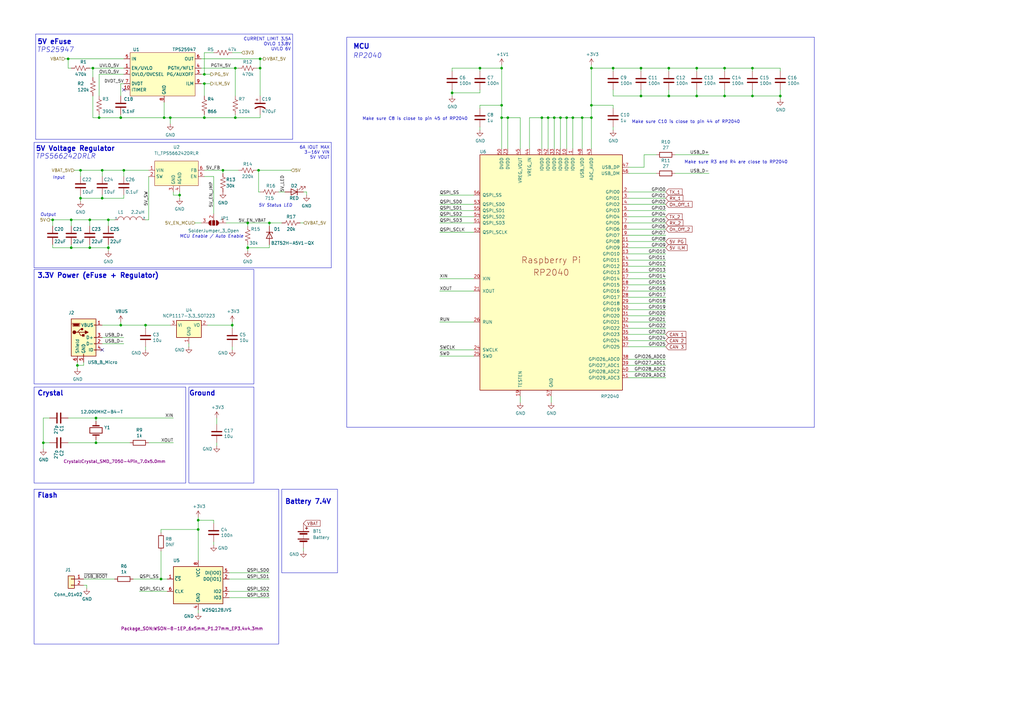
<source format=kicad_sch>
(kicad_sch (version 20230121) (generator eeschema)
  (paper "A3")
  (title_block (title "Stargazer Camera Board") (date "2023-09-19") (rev "A") (company "Illinois Space Society"))
  (junction (at 81.28 213.36))
  (junction (at 242.57 43.18))
  (junction (at 208.28 48.26))
  (junction (at 274.32 27.94))
  (junction (at 297.18 39.37))
  (junction (at 49.53 48.26))
  (junction (at 40.64 48.26))
  (junction (at 110.49 91.44))
  (junction (at 285.75 27.94))
  (junction (at 39.37 171.45))
  (junction (at 50.8 69.85))
  (junction (at 320.04 39.37))
  (junction (at 96.52 27.94))
  (junction (at 229.87 48.26))
  (junction (at 251.46 27.94))
  (junction (at 106.045 69.85))
  (junction (at 41.91 81.28))
  (junction (at 222.25 48.26))
  (junction (at 274.32 39.37))
  (junction (at 96.52 48.26))
  (junction (at 205.74 48.26))
  (junction (at 185.42 38.1))
  (junction (at 83.82 30.48))
  (junction (at 29.21 101.6))
  (junction (at 36.83 90.17))
  (junction (at 106.68 27.94))
  (junction (at 38.1 27.94))
  (junction (at 67.31 48.26))
  (junction (at 44.45 90.17))
  (junction (at 41.91 69.85))
  (junction (at 308.61 39.37))
  (junction (at 205.74 43.18))
  (junction (at 297.18 27.94))
  (junction (at 101.6 91.44))
  (junction (at 33.02 69.85))
  (junction (at 49.53 133.35))
  (junction (at 36.83 101.6))
  (junction (at 262.89 39.37))
  (junction (at 44.45 101.6))
  (junction (at 83.82 48.26))
  (junction (at 81.28 217.17))
  (junction (at 31.75 149.86))
  (junction (at 17.78 181.61))
  (junction (at 238.76 48.26))
  (junction (at 73.66 80.01))
  (junction (at 83.82 34.29))
  (junction (at 106.68 24.13))
  (junction (at 29.21 90.17))
  (junction (at 242.57 27.94))
  (junction (at 242.57 48.26))
  (junction (at 285.75 39.37))
  (junction (at 91.44 69.85))
  (junction (at 227.33 48.26))
  (junction (at 21.59 90.17))
  (junction (at 232.41 48.26))
  (junction (at 101.6 101.6))
  (junction (at 308.61 27.94))
  (junction (at 33.02 81.28))
  (junction (at 95.25 133.35))
  (junction (at 66.04 237.49))
  (junction (at 224.79 48.26))
  (junction (at 39.37 181.61))
  (junction (at 234.95 48.26))
  (junction (at 262.89 27.94))
  (junction (at 27.94 24.13))
  (junction (at 69.85 48.26))
  (junction (at 196.85 27.94))
  (junction (at 205.74 27.94))
  (junction (at 59.69 133.35))
  (no_connect (at 41.91 143.51))
  (no_connect (at 50.8 36.83))
  (wire (pts (xy 66.04 217.17) (xy 81.28 217.17)))
  (wire (pts (xy 274.32 39.37) (xy 262.89 39.37)))
  (wire (pts (xy 71.12 80.01) (xy 73.66 80.01)))
  (wire (pts (xy 196.85 27.94) (xy 205.74 27.94)))
  (wire (pts (xy 257.81 71.12) (xy 269.24 71.12)))
  (wire (pts (xy 69.85 48.26) (xy 83.82 48.26)))
  (wire (pts (xy 91.44 69.85) (xy 91.44 71.12)))
  (wire (pts (xy 224.79 60.96) (xy 224.79 48.26)))
  (wire (pts (xy 101.6 91.44) (xy 110.49 91.44)))
  (wire (pts (xy 50.8 30.48) (xy 40.64 30.48)))
  (wire (pts (xy 257.81 109.22) (xy 273.05 109.22)))
  (wire (pts (xy 234.95 48.26) (xy 238.76 48.26)))
  (wire (pts (xy 106.68 24.13) (xy 107.95 24.13)))
  (wire (pts (xy 49.53 34.29) (xy 49.53 39.37)))
  (wire (pts (xy 36.83 100.33) (xy 36.83 101.6)))
  (wire (pts (xy 297.18 39.37) (xy 285.75 39.37)))
  (wire (pts (xy 106.68 27.94) (xy 105.41 27.94)))
  (wire (pts (xy 106.045 69.85) (xy 119.38 69.85)))
  (wire (pts (xy 20.32 181.61) (xy 17.78 181.61)))
  (wire (pts (xy 93.98 237.49) (xy 110.49 237.49)))
  (wire (pts (xy 27.94 181.61) (xy 39.37 181.61)))
  (wire (pts (xy 35.56 240.03) (xy 35.56 241.3)))
  (wire (pts (xy 83.82 21.59) (xy 83.82 30.48)))
  (wire (pts (xy 44.45 102.87) (xy 44.45 101.6)))
  (wire (pts (xy 229.87 48.26) (xy 232.41 48.26)))
  (wire (pts (xy 257.81 147.32) (xy 273.05 147.32)))
  (wire (pts (xy 49.53 34.29) (xy 50.8 34.29)))
  (wire (pts (xy 31.75 148.59) (xy 31.75 149.86)))
  (wire (pts (xy 308.61 36.83) (xy 308.61 39.37)))
  (wire (pts (xy 36.83 90.17) (xy 44.45 90.17)))
  (wire (pts (xy 26.67 24.13) (xy 27.94 24.13)))
  (wire (pts (xy 257.81 86.36) (xy 273.05 86.36)))
  (wire (pts (xy 194.31 80.01) (xy 180.34 80.01)))
  (wire (pts (xy 308.61 27.94) (xy 320.04 27.94)))
  (wire (pts (xy 251.46 29.21) (xy 251.46 27.94)))
  (wire (pts (xy 194.31 119.38) (xy 180.34 119.38)))
  (wire (pts (xy 38.1 39.37) (xy 38.1 48.26)))
  (wire (pts (xy 93.98 242.57) (xy 110.49 242.57)))
  (wire (pts (xy 213.36 162.56) (xy 213.36 165.1)))
  (wire (pts (xy 257.81 152.4) (xy 273.05 152.4)))
  (wire (pts (xy 257.81 81.28) (xy 273.05 81.28)))
  (wire (pts (xy 213.36 60.96) (xy 213.36 48.26)))
  (wire (pts (xy 106.68 24.13) (xy 106.68 27.94)))
  (wire (pts (xy 308.61 39.37) (xy 297.18 39.37)))
  (wire (pts (xy 38.1 27.94) (xy 38.1 31.75)))
  (wire (pts (xy 88.9 171.45) (xy 88.9 173.99)))
  (wire (pts (xy 59.69 134.62) (xy 59.69 133.35)))
  (wire (pts (xy 21.59 90.17) (xy 20.32 90.17)))
  (wire (pts (xy 274.32 29.21) (xy 274.32 27.94)))
  (wire (pts (xy 66.04 226.06) (xy 66.04 237.49)))
  (wire (pts (xy 227.33 60.96) (xy 227.33 48.26)))
  (wire (pts (xy 257.81 101.6) (xy 273.05 101.6)))
  (wire (pts (xy 106.68 48.26) (xy 96.52 48.26)))
  (wire (pts (xy 54.61 237.49) (xy 66.04 237.49)))
  (wire (pts (xy 41.91 81.28) (xy 50.8 81.28)))
  (wire (pts (xy 101.6 92.71) (xy 101.6 91.44)))
  (wire (pts (xy 185.42 38.1) (xy 185.42 39.37)))
  (wire (pts (xy 185.42 38.1) (xy 196.85 38.1)))
  (wire (pts (xy 95.25 21.59) (xy 99.06 21.59)))
  (wire (pts (xy 217.17 48.26) (xy 222.25 48.26)))
  (wire (pts (xy 85.09 133.35) (xy 95.25 133.35)))
  (wire (pts (xy 194.31 146.05) (xy 180.34 146.05)))
  (wire (pts (xy 257.81 78.74) (xy 273.05 78.74)))
  (wire (pts (xy 257.81 119.38) (xy 273.05 119.38)))
  (wire (pts (xy 38.1 27.94) (xy 50.8 27.94)))
  (wire (pts (xy 77.47 140.97) (xy 77.47 142.24)))
  (wire (pts (xy 224.79 48.26) (xy 227.33 48.26)))
  (wire (pts (xy 83.82 34.29) (xy 83.82 39.37)))
  (wire (pts (xy 285.75 27.94) (xy 297.18 27.94)))
  (wire (pts (xy 93.98 245.11) (xy 110.49 245.11)))
  (wire (pts (xy 50.8 80.01) (xy 50.8 81.28)))
  (wire (pts (xy 57.15 242.57) (xy 68.58 242.57)))
  (wire (pts (xy 67.31 48.26) (xy 69.85 48.26)))
  (wire (pts (xy 285.75 29.21) (xy 285.75 27.94)))
  (wire (pts (xy 251.46 36.83) (xy 251.46 39.37)))
  (wire (pts (xy 257.81 93.98) (xy 273.05 93.98)))
  (wire (pts (xy 17.78 171.45) (xy 17.78 181.61)))
  (wire (pts (xy 257.81 116.84) (xy 273.05 116.84)))
  (wire (pts (xy 36.83 101.6) (xy 44.45 101.6)))
  (wire (pts (xy 88.9 181.61) (xy 88.9 182.88)))
  (wire (pts (xy 110.49 101.6) (xy 101.6 101.6)))
  (wire (pts (xy 82.55 30.48) (xy 83.82 30.48)))
  (wire (pts (xy 264.16 63.5) (xy 269.24 63.5)))
  (wire (pts (xy 222.25 60.96) (xy 222.25 48.26)))
  (wire (pts (xy 30.48 69.85) (xy 33.02 69.85)))
  (wire (pts (xy 196.85 52.07) (xy 196.85 53.34)))
  (wire (pts (xy 33.02 69.85) (xy 41.91 69.85)))
  (wire (pts (xy 276.86 63.5) (xy 290.83 63.5)))
  (wire (pts (xy 41.91 80.01) (xy 41.91 81.28)))
  (wire (pts (xy 262.89 36.83) (xy 262.89 39.37)))
  (wire (pts (xy 49.53 46.99) (xy 49.53 48.26)))
  (wire (pts (xy 238.76 48.26) (xy 242.57 48.26)))
  (wire (pts (xy 44.45 92.71) (xy 44.45 90.17)))
  (wire (pts (xy 83.82 72.39) (xy 87.63 72.39)))
  (wire (pts (xy 29.21 90.17) (xy 36.83 90.17)))
  (wire (pts (xy 49.53 133.35) (xy 59.69 133.35)))
  (wire (pts (xy 96.52 27.94) (xy 96.52 39.37)))
  (wire (pts (xy 67.31 41.91) (xy 67.31 48.26)))
  (wire (pts (xy 101.6 101.6) (xy 101.6 102.87)))
  (wire (pts (xy 27.94 24.13) (xy 27.94 27.94)))
  (wire (pts (xy 82.55 24.13) (xy 106.68 24.13)))
  (wire (pts (xy 33.02 80.01) (xy 33.02 81.28)))
  (wire (pts (xy 36.83 92.71) (xy 36.83 90.17)))
  (wire (pts (xy 69.85 133.35) (xy 59.69 133.35)))
  (wire (pts (xy 106.68 27.94) (xy 106.68 39.37)))
  (wire (pts (xy 39.37 181.61) (xy 53.34 181.61)))
  (wire (pts (xy 39.37 172.72) (xy 39.37 171.45)))
  (wire (pts (xy 83.82 69.85) (xy 91.44 69.85)))
  (wire (pts (xy 213.36 48.26) (xy 208.28 48.26)))
  (wire (pts (xy 196.85 38.1) (xy 196.85 36.83)))
  (wire (pts (xy 234.95 48.26) (xy 234.95 60.96)))
  (wire (pts (xy 81.28 250.19) (xy 81.28 251.46)))
  (wire (pts (xy 257.81 154.94) (xy 273.05 154.94)))
  (wire (pts (xy 27.94 27.94) (xy 29.21 27.94)))
  (wire (pts (xy 33.02 81.28) (xy 33.02 82.55)))
  (wire (pts (xy 81.28 212.09) (xy 81.28 213.36)))
  (wire (pts (xy 222.25 48.26) (xy 224.79 48.26)))
  (wire (pts (xy 257.81 124.46) (xy 273.05 124.46)))
  (wire (pts (xy 83.82 30.48) (xy 86.36 30.48)))
  (wire (pts (xy 33.02 81.28) (xy 41.91 81.28)))
  (wire (pts (xy 257.81 137.16) (xy 273.05 137.16)))
  (wire (pts (xy 87.63 214.63) (xy 87.63 213.36)))
  (wire (pts (xy 185.42 27.94) (xy 196.85 27.94)))
  (wire (pts (xy 180.34 114.3) (xy 194.31 114.3)))
  (wire (pts (xy 17.78 181.61) (xy 17.78 184.15)))
  (wire (pts (xy 185.42 36.83) (xy 185.42 38.1)))
  (wire (pts (xy 40.64 46.99) (xy 40.64 48.26)))
  (wire (pts (xy 257.81 96.52) (xy 273.05 96.52)))
  (wire (pts (xy 251.46 44.45) (xy 251.46 43.18)))
  (wire (pts (xy 232.41 60.96) (xy 232.41 48.26)))
  (wire (pts (xy 115.57 91.44) (xy 110.49 91.44)))
  (wire (pts (xy 49.53 48.26) (xy 67.31 48.26)))
  (wire (pts (xy 205.74 27.94) (xy 205.74 43.18)))
  (wire (pts (xy 33.02 72.39) (xy 33.02 69.85)))
  (wire (pts (xy 83.82 48.26) (xy 96.52 48.26)))
  (wire (pts (xy 41.91 138.43) (xy 50.8 138.43)))
  (wire (pts (xy 257.81 99.06) (xy 273.05 99.06)))
  (wire (pts (xy 242.57 43.18) (xy 242.57 48.26)))
  (wire (pts (xy 59.69 142.24) (xy 59.69 143.51)))
  (wire (pts (xy 73.66 78.74) (xy 73.66 80.01)))
  (wire (pts (xy 95.25 134.62) (xy 95.25 133.35)))
  (wire (pts (xy 180.34 83.82) (xy 194.31 83.82)))
  (polyline (pts (xy 13.97 58.42) (xy 135.89 58.42)))
  (wire (pts (xy 40.64 30.48) (xy 40.64 39.37)))
  (wire (pts (xy 208.28 60.96) (xy 208.28 48.26)))
  (polyline (pts (xy 13.97 58.42) (xy 13.97 109.855)))
  (wire (pts (xy 93.98 234.95) (xy 110.49 234.95)))
  (wire (pts (xy 91.44 69.85) (xy 97.79 69.85)))
  (wire (pts (xy 227.33 48.26) (xy 229.87 48.26)))
  (wire (pts (xy 34.29 240.03) (xy 35.56 240.03)))
  (wire (pts (xy 106.045 69.85) (xy 106.045 78.74)))
  (wire (pts (xy 276.86 71.12) (xy 290.83 71.12)))
  (wire (pts (xy 87.63 72.39) (xy 87.63 87.63)))
  (wire (pts (xy 262.89 29.21) (xy 262.89 27.94)))
  (wire (pts (xy 66.04 237.49) (xy 68.58 237.49)))
  (wire (pts (xy 257.81 139.7) (xy 273.05 139.7)))
  (wire (pts (xy 257.81 68.58) (xy 264.16 68.58)))
  (wire (pts (xy 257.81 114.3) (xy 273.05 114.3)))
  (wire (pts (xy 238.76 60.96) (xy 238.76 48.26)))
  (wire (pts (xy 196.85 43.18) (xy 205.74 43.18)))
  (wire (pts (xy 81.28 217.17) (xy 81.28 229.87)))
  (wire (pts (xy 59.69 90.17) (xy 60.96 90.17)))
  (wire (pts (xy 101.6 101.6) (xy 101.6 100.33)))
  (wire (pts (xy 226.06 162.56) (xy 226.06 165.1)))
  (wire (pts (xy 106.045 78.74) (xy 106.68 78.74)))
  (wire (pts (xy 180.34 88.9) (xy 194.31 88.9)))
  (wire (pts (xy 242.57 27.94) (xy 251.46 27.94)))
  (wire (pts (xy 257.81 142.24) (xy 273.05 142.24)))
  (wire (pts (xy 180.34 86.36) (xy 194.31 86.36)))
  (wire (pts (xy 60.96 181.61) (xy 71.12 181.61)))
  (polyline (pts (xy 120.015 57.15) (xy 120.015 13.97)))
  (wire (pts (xy 87.63 213.36) (xy 81.28 213.36)))
  (wire (pts (xy 194.31 95.25) (xy 180.34 95.25)))
  (wire (pts (xy 39.37 180.34) (xy 39.37 181.61)))
  (wire (pts (xy 31.75 149.86) (xy 31.75 151.13)))
  (wire (pts (xy 251.46 52.07) (xy 251.46 53.34)))
  (wire (pts (xy 229.87 60.96) (xy 229.87 48.26)))
  (wire (pts (xy 285.75 36.83) (xy 285.75 39.37)))
  (wire (pts (xy 205.74 43.18) (xy 205.74 48.26)))
  (wire (pts (xy 194.31 143.51) (xy 180.34 143.51)))
  (polyline (pts (xy 120.015 13.97) (xy 14.605 13.97)))
  (wire (pts (xy 320.04 39.37) (xy 320.04 40.64)))
  (wire (pts (xy 262.89 39.37) (xy 251.46 39.37)))
  (wire (pts (xy 205.74 26.67) (xy 205.74 27.94)))
  (polyline (pts (xy 14.605 57.15) (xy 120.015 57.15)))
  (wire (pts (xy 297.18 36.83) (xy 297.18 39.37)))
  (wire (pts (xy 36.83 27.94) (xy 38.1 27.94)))
  (wire (pts (xy 251.46 27.94) (xy 262.89 27.94)))
  (wire (pts (xy 232.41 48.26) (xy 234.95 48.26)))
  (wire (pts (xy 264.16 63.5) (xy 264.16 68.58)))
  (wire (pts (xy 40.64 48.26) (xy 49.53 48.26)))
  (wire (pts (xy 21.59 101.6) (xy 29.21 101.6)))
  (wire (pts (xy 71.12 78.74) (xy 71.12 80.01)))
  (wire (pts (xy 80.01 91.44) (xy 82.55 91.44)))
  (wire (pts (xy 308.61 39.37) (xy 320.04 39.37)))
  (wire (pts (xy 242.57 26.67) (xy 242.57 27.94)))
  (wire (pts (xy 106.68 46.99) (xy 106.68 48.26)))
  (wire (pts (xy 92.71 91.44) (xy 101.6 91.44)))
  (wire (pts (xy 114.3 78.74) (xy 116.84 78.74)))
  (wire (pts (xy 29.21 101.6) (xy 36.83 101.6)))
  (wire (pts (xy 257.81 121.92) (xy 273.05 121.92)))
  (wire (pts (xy 20.32 171.45) (xy 17.78 171.45)))
  (wire (pts (xy 124.46 78.74) (xy 125.73 78.74)))
  (wire (pts (xy 27.94 24.13) (xy 50.8 24.13)))
  (wire (pts (xy 49.53 132.08) (xy 49.53 133.35)))
  (wire (pts (xy 257.81 111.76) (xy 273.05 111.76)))
  (wire (pts (xy 242.57 48.26) (xy 242.57 60.96)))
  (wire (pts (xy 297.18 29.21) (xy 297.18 27.94)))
  (wire (pts (xy 82.55 27.94) (xy 96.52 27.94)))
  (wire (pts (xy 41.91 69.85) (xy 41.91 72.39)))
  (wire (pts (xy 297.18 27.94) (xy 308.61 27.94)))
  (wire (pts (xy 242.57 43.18) (xy 251.46 43.18)))
  (wire (pts (xy 21.59 92.71) (xy 21.59 90.17)))
  (wire (pts (xy 285.75 39.37) (xy 274.32 39.37)))
  (wire (pts (xy 34.29 148.59) (xy 34.29 149.86)))
  (wire (pts (xy 257.81 104.14) (xy 273.05 104.14)))
  (wire (pts (xy 73.66 80.01) (xy 73.66 81.28)))
  (wire (pts (xy 257.81 106.68) (xy 273.05 106.68)))
  (wire (pts (xy 257.81 132.08) (xy 273.05 132.08)))
  (wire (pts (xy 110.49 100.33) (xy 110.49 101.6)))
  (wire (pts (xy 96.52 27.94) (xy 97.79 27.94)))
  (polyline (pts (xy 135.89 109.855) (xy 13.97 109.855)))
  (polyline (pts (xy 135.89 58.42) (xy 135.89 109.855)))
  (wire (pts (xy 21.59 90.17) (xy 29.21 90.17)))
  (wire (pts (xy 29.21 100.33) (xy 29.21 101.6)))
  (wire (pts (xy 196.85 29.21) (xy 196.85 27.94)))
  (wire (pts (xy 274.32 27.94) (xy 285.75 27.94)))
  (wire (pts (xy 262.89 27.94) (xy 274.32 27.94)))
  (wire (pts (xy 60.96 69.85) (xy 50.8 69.85)))
  (wire (pts (xy 95.25 142.24) (xy 95.25 143.51)))
  (wire (pts (xy 44.45 90.17) (xy 46.99 90.17)))
  (wire (pts (xy 69.85 48.26) (xy 69.85 50.8)))
  (wire (pts (xy 196.85 44.45) (xy 196.85 43.18)))
  (wire (pts (xy 205.74 48.26) (xy 205.74 60.96)))
  (wire (pts (xy 21.59 101.6) (xy 21.59 100.33)))
  (wire (pts (xy 208.28 48.26) (xy 205.74 48.26)))
  (wire (pts (xy 60.96 72.39) (xy 60.96 90.17)))
  (wire (pts (xy 242.57 27.94) (xy 242.57 43.18)))
  (wire (pts (xy 274.32 36.83) (xy 274.32 39.37)))
  (wire (pts (xy 83.82 34.29) (xy 86.36 34.29)))
  (wire (pts (xy 38.1 48.26) (xy 40.64 48.26)))
  (wire (pts (xy 95.25 133.35) (xy 95.25 132.08)))
  (wire (pts (xy 257.81 127) (xy 273.05 127)))
  (wire (pts (xy 194.31 132.08) (xy 180.34 132.08)))
  (wire (pts (xy 82.55 34.29) (xy 83.82 34.29)))
  (wire (pts (xy 83.82 46.99) (xy 83.82 48.26)))
  (wire (pts (xy 44.45 100.33) (xy 44.45 101.6)))
  (wire (pts (xy 123.19 91.44) (xy 124.46 91.44)))
  (polyline (pts (xy 14.605 13.97) (xy 14.605 57.15)))
  (wire (pts (xy 27.94 171.45) (xy 39.37 171.45)))
  (wire (pts (xy 125.73 78.74) (xy 125.73 80.01)))
  (wire (pts (xy 34.29 149.86) (xy 31.75 149.86)))
  (wire (pts (xy 96.52 48.26) (xy 96.52 46.99)))
  (wire (pts (xy 105.41 69.85) (xy 106.045 69.85)))
  (wire (pts (xy 257.81 149.86) (xy 273.05 149.86)))
  (wire (pts (xy 66.04 218.44) (xy 66.04 217.17)))
  (wire (pts (xy 46.99 237.49) (xy 34.29 237.49)))
  (wire (pts (xy 39.37 171.45) (xy 71.12 171.45)))
  (wire (pts (xy 41.91 140.97) (xy 50.8 140.97)))
  (wire (pts (xy 83.82 21.59) (xy 87.63 21.59)))
  (wire (pts (xy 308.61 29.21) (xy 308.61 27.94)))
  (wire (pts (xy 110.49 92.71) (xy 110.49 91.44)))
  (wire (pts (xy 180.34 91.44) (xy 194.31 91.44)))
  (wire (pts (xy 41.91 133.35) (xy 49.53 133.35)))
  (wire (pts (xy 257.81 129.54) (xy 273.05 129.54)))
  (wire (pts (xy 257.81 134.62) (xy 273.05 134.62)))
  (wire (pts (xy 257.81 91.44) (xy 273.05 91.44)))
  (wire (pts (xy 87.63 222.25) (xy 87.63 223.52)))
  (wire (pts (xy 81.28 213.36) (xy 81.28 217.17)))
  (wire (pts (xy 257.81 83.82) (xy 273.05 83.82)))
  (wire (pts (xy 124.46 224.79) (xy 124.46 226.06)))
  (wire (pts (xy 217.17 60.96) (xy 217.17 48.26)))
  (wire (pts (xy 320.04 36.83) (xy 320.04 39.37)))
  (wire (pts (xy 29.21 92.71) (xy 29.21 90.17)))
  (wire (pts (xy 50.8 72.39) (xy 50.8 69.85)))
  (wire (pts (xy 185.42 29.21) (xy 185.42 27.94)))
  (wire (pts (xy 257.81 88.9) (xy 273.05 88.9)))
  (wire (pts (xy 41.91 69.85) (xy 50.8 69.85)))
  (wire (pts (xy 320.04 29.21) (xy 320.04 27.94)))
  (rectangle (start 13.97 200.66) (end 114.3 264.16))
  (rectangle (start 77.47 158.75) (end 104.14 198.12))
  (rectangle (start 115.57 200.66) (end 138.43 234.95))
  (rectangle (start 13.97 110.49) (end 104.14 157.48))
  (rectangle (start 13.97 158.75) (end 76.2 198.12))
  (rectangle (start 142.24 15.24) (end 334.01 175.26))
  (text "CURRENT LIMIT 3.5A\nOVLO 13.8V\nUVLO 6V" (at 119.38 20.955 0) (effects (font (size 1.27 1.27)) (justify right bottom)))
  (text "MCU" (at 144.78 20.32 0) (effects (font (size 2 2) (thickness 0.4) bold) (justify left bottom)))
  (text "Make sure R3 and R4 are close to RP2040" (at 280.67 67.31 0) (effects (font (size 1.27 1.27)) (justify left bottom)))
  (text "Output" (at 16.51 88.9 0) (effects (font (size 1.27 1.27) italic) (justify left bottom)))
  (text "Make sure C8 is close to pin 45 of RP2040" (at 148.59 49.53 0) (effects (font (size 1.27 1.27)) (justify left bottom)))
  (text "5V Status LED" (at 106.045 85.09 0) (effects (font (size 1.27 1.27) italic) (justify left bottom)))
  (text "3.3V Power (eFuse + Regulator)" (at 15.24 114.3 0) (effects (font (size 2 2) (thickness 0.4) bold) (justify left bottom)))
  (text "Crystal" (at 15.24 162.56 0) (effects (font (size 2 2) (thickness 0.4) bold) (justify left bottom)))
  (text "TPS25947\n" (at 15.113 21.717 0) (effects (font (size 2 2) italic) (justify left bottom)))
  (text "TPS566242DRLR" (at 14.605 65.405 0) (effects (font (size 2 2) italic) (justify left bottom)))
  (text "Battery 7.4V\n" (at 116.84 207.01 0) (effects (font (size 2 2) (thickness 0.4) bold) (justify left bottom)))
  (text "Make sure C10 is close to pin 44 of RP2040" (at 259.08 50.8 0) (effects (font (size 1.27 1.27)) (justify left bottom)))
  (text "Input" (at 21.59 73.66 0) (effects (font (size 1.27 1.27) italic) (justify left bottom)))
  (text "RP2040\n" (at 144.78 24.13 0) (effects (font (size 2 2) italic) (justify left bottom)))
  (text "5V Voltage Regulator" (at 14.605 62.23 0) (effects (font (size 2 2) (thickness 0.4) bold) (justify left bottom)))
  (text "5V eFuse" (at 15.24 18.415 0) (effects (font (size 2 2) (thickness 0.4) bold) (justify left bottom)))
  (text "Flash" (at 15.24 204.47 0) (effects (font (size 2 2) (thickness 0.4) bold) (justify left bottom)))
  (text "Ground" (at 77.47 162.56 0) (effects (font (size 2 2) (thickness 0.4) bold) (justify left bottom)))
  (text "MCU Enable / Auto Enable" (at 73.66 97.79 0) (effects (font (size 1.27 1.27) italic) (justify left bottom)))
  (text "6A IOUT MAX\n3-16V VIN\n5V VOUT\n" (at 135.255 65.405 0) (effects (font (size 1.27 1.27)) (justify right bottom)))
  (label "GPIO22" (at 273.05 134.62 180))
  (label "GPIO1" (at 273.05 81.28 180))
  (label "QSPI_SCLK" (at 180.34 95.25 0))
  (label "GPIO2" (at 273.05 83.82 180))
  (label "QSPI_SCLK" (at 57.15 242.57 0))
  (label "QSPI_SD2" (at 110.49 242.57 180))
  (label "GPIO23" (at 273.05 137.16 180))
  (label "5V_SW" (at 60.96 84.455 90))
  (label "UVLO_5V" (at 40.64 27.94 0))
  (label "QSPI_SD0" (at 110.49 234.95 180))
  (label "GPIO9" (at 273.05 101.6 180))
  (label "GPIO29_ADC3" (at 273.05 154.94 180))
  (label "OVLO_5V" (at 40.64 30.48 0))
  (label "USB_D+" (at 290.83 63.5 180))
  (label "5V_LED" (at 116.84 78.74 90))
  (label "5V_EN_JMP" (at 87.63 85.09 90))
  (label "SWCLK" (at 180.34 143.51 0))
  (label "GPIO15" (at 273.05 116.84 180))
  (label "5V_EN_VBAT" (at 97.79 91.44 0))
  (label "QSPI_SD1" (at 180.34 86.36 0))
  (label "GPIO21" (at 273.05 132.08 180))
  (label "GPIO12" (at 273.05 109.22 180))
  (label "QSPI_SD1" (at 110.49 237.49 180))
  (label "GPIO19" (at 273.05 127 180))
  (label "GPIO17" (at 273.05 121.92 180))
  (label "GPIO14" (at 273.05 114.3 180))
  (label "GPIO0" (at 273.05 78.74 180))
  (label "GPIO13" (at 273.05 111.76 180))
  (label "~{USB_BOOT}" (at 34.29 237.49 0))
  (label "GPIO20" (at 273.05 129.54 180))
  (label "XOUT" (at 71.12 181.61 180))
  (label "USB_D-" (at 50.8 140.97 180))
  (label "5V_FB" (at 84.455 69.85 0))
  (label "GPIO28_ADC2" (at 273.05 152.4 180))
  (label "GPIO8" (at 273.05 99.06 180))
  (label "USB_D+" (at 50.8 138.43 180))
  (label "USB_D-" (at 290.83 71.12 180))
  (label "GPIO11" (at 273.05 106.68 180))
  (label "GPIO7" (at 273.05 96.52 180))
  (label "PGTH_5V" (at 86.36 27.94 0))
  (label "GPIO10" (at 273.05 104.14 180))
  (label "GPIO26_ADC0" (at 273.05 147.32 180))
  (label "QSPI_SD2" (at 180.34 88.9 0))
  (label "SWD" (at 180.34 146.05 0))
  (label "QSPI_SD0" (at 180.34 83.82 0))
  (label "GPIO4" (at 273.05 88.9 180))
  (label "GPIO25" (at 273.05 142.24 180))
  (label "GPIO16" (at 273.05 119.38 180))
  (label "QSPI_SD3" (at 110.49 245.11 180))
  (label "GPIO18" (at 273.05 124.46 180))
  (label "XOUT" (at 180.34 119.38 0))
  (label "GPIO3" (at 273.05 86.36 180))
  (label "QSPI_SS" (at 180.34 80.01 0))
  (label "GPIO24" (at 273.05 139.7 180))
  (label "RUN" (at 180.34 132.08 0))
  (label "GPIO27_ADC1" (at 273.05 149.86 180))
  (label "XIN" (at 71.12 171.45 180))
  (label "GPIO6" (at 273.05 93.98 180))
  (label "QSPI_SD3" (at 180.34 91.44 0))
  (label "DVDT_5V" (at 50.8 34.29 180))
  (label "QSPI_SS" (at 57.15 237.49 0))
  (label "XIN" (at 180.34 114.3 0))
  (label "GPIO5" (at 273.05 91.44 180))
  (global_label "RX_2" (shape input) (at 273.05 91.44 0) (property "Intersheetrefs" "${INTERSHEET_REFS}" (effects hide)))
  (global_label "CAN 3" (shape input) (at 273.05 142.24 0) (property "Intersheetrefs" "${INTERSHEET_REFS}" (effects hide)))
  (global_label "CAN 2" (shape input) (at 273.05 139.7 0) (property "Intersheetrefs" "${INTERSHEET_REFS}" (effects hide)))
  (global_label "5V ILM" (shape input) (at 273.05 101.6 0) (property "Intersheetrefs" "${INTERSHEET_REFS}" (effects hide)))
  (global_label "CAN 1" (shape input) (at 273.05 137.16 0) (property "Intersheetrefs" "${INTERSHEET_REFS}" (effects hide)))
  (global_label "RX_1" (shape input) (at 273.05 81.28 0) (property "Intersheetrefs" "${INTERSHEET_REFS}" (effects hide)))
  (global_label "VBAT" (shape input) (at 124.46 214.63 0) (property "Intersheetrefs" "${INTERSHEET_REFS}" (effects hide)))
  (global_label "TX_2" (shape input) (at 273.05 88.9 0) (property "Intersheetrefs" "${INTERSHEET_REFS}" (effects hide)))
  (global_label "5V PG" (shape input) (at 273.05 99.06 0) (property "Intersheetrefs" "${INTERSHEET_REFS}" (effects hide)))
  (global_label "On_Off_1" (shape input) (at 273.05 83.82 0) (property "Intersheetrefs" "${INTERSHEET_REFS}" (effects hide)))
  (global_label "On_Off_2" (shape input) (at 273.05 93.98 0) (property "Intersheetrefs" "${INTERSHEET_REFS}" (effects hide)))
  (global_label "TX_1" (shape input) (at 273.05 78.74 0) (property "Intersheetrefs" "${INTERSHEET_REFS}" (effects hide)))
  (hierarchical_label "VBAT_5V" (shape input) (at 124.46 91.44 0))
  (hierarchical_label "3V3" (shape input) (at 99.06 21.59 0))
  (hierarchical_label "VBAT_5V" (shape output) (at 107.95 24.13 0))
  (hierarchical_label "VBAT_5V" (shape input) (at 30.48 69.85 180))
  (hierarchical_label "PG_5V" (shape output) (at 86.36 30.48 0))
  (hierarchical_label "ILM_5V" (shape output) (at 86.36 34.29 0))
  (hierarchical_label "5V" (shape input) (at 119.38 69.85 0))
  (hierarchical_label "VBAT" (shape input) (at 26.67 24.13 180))
  (hierarchical_label "5V" (shape output) (at 20.32 90.17 180))
  (hierarchical_label "5V_EN_MCU" (shape input) (at 80.01 91.44 180))
  (symbol (lib_id "power:GND") (at 88.9 182.88 0) (unit 1)
    (property "Reference" "#PWR027" (effects hide))
    (property "Value" "GND" (at 85.09 184.15 0))
  )
  (symbol (lib_id "power:GND") (at 125.73 80.01 0) (unit 1)
    (property "Reference" "#PWR028" (effects hide))
    (property "Value" "GND" (at 125.73 84.455 0))
  )
  (symbol (lib_id "RP2040_minimal-rescue:W25Q128JVS-Memory_Flash") (at 81.28 240.03 0) (unit 1)
    (property "Reference" "U5" (at 72.39 229.87 0))
    (property "Value" "W25Q128JVS" (at 88.9 250.19 0))
    (property "Footprint" "Package_SON:WSON-8-1EP_6x5mm_P1.27mm_EP3.4x4.3mm" (at 78.74 257.81 0))
    (property "Datasheet" "http://www.winbond.com/resource-files/w25q128jv_dtr%20revc%2003272018%20plus.pdf" (effects hide))
  )
  (symbol (lib_id "Device:C") (at 297.18 33.02 0) (unit 1)
    (property "Reference" "C14" (at 300.101 31.8516 0) (effects (justify left)))
    (property "Value" "100n" (at 300.101 34.163 0) (effects (justify left)))
    (property "Footprint" "Capacitor_SMD:C_0603_1608Metric" (effects hide))
  )
  (symbol (lib_id "power:GND") (at 124.46 226.06 0) (unit 1)
    (property "Reference" "#PWR029" (effects hide))
    (property "Value" "GND" (at 120.65 227.33 0))
  )
  (symbol (lib_id "Device:C") (at 87.63 218.44 0) (unit 1)
    (property "Reference" "C4" (at 90.551 217.2716 0) (effects (justify left)))
    (property "Value" "100n" (at 90.551 219.583 0) (effects (justify left)))
    (property "Footprint" "Capacitor_SMD:C_0603_1608Metric" (effects hide))
  )
  (symbol (lib_id "Device:R_US") (at 110.49 78.74 90) (unit 1)
    (property "Reference" "R16" (at 113.03 76.2 90) (effects (justify left)))
    (property "Value" "715" (at 112.395 81.28 90) (effects (justify left)))
    (property "Footprint" "Resistor_SMD:R_0603_1608Metric" (effects hide))
  )
  (symbol (lib_id "Device:C") (at 59.69 138.43 0) (unit 1)
    (property "Reference" "C3" (at 62.611 137.2616 0) (effects (justify left)))
    (property "Value" "10u" (at 62.611 139.573 0) (effects (justify left)))
    (property "Footprint" "Capacitor_SMD:C_0603_1608Metric" (effects hide))
  )
  (symbol (lib_id "power:GND") (at 91.44 78.74 0) (unit 1)
    (property "Reference" "#PWR05" (effects hide))
    (property "Value" "GND" (at 91.44 83.185 0))
  )
  (symbol (lib_id "power:GND") (at 31.75 151.13 0) (unit 1)
    (property "Reference" "#PWR07" (effects hide))
    (property "Value" "GND" (at 31.877 155.5242 0))
  )
  (symbol (lib_id "Device:LED") (at 120.65 78.74 180) (unit 1)
    (property "Reference" "D2" (at 120.65 76.2 0))
    (property "Value" "RED" (at 120.65 81.28 0))
    (property "Footprint" "LED_SMD:LED_0603_1608Metric" (effects hide))
    (property "Datasheet" "https://www.we-online.com/components/products/datasheet/150060RS55040.pdf" (effects hide))
  )
  (symbol (lib_id "Device:C") (at 21.59 96.52 0) (unit 1)
    (property "Reference" "C20" (at 22.225 93.98 0) (effects (justify left)))
    (property "Value" "22uF" (at 22.225 99.06 0) (effects (justify left)))
    (property "Footprint" "Capacitor_SMD:C_0603_1608Metric" (effects hide))
  )
  (symbol (lib_id "power:GND") (at 59.69 143.51 0) (unit 1)
    (property "Reference" "#PWR011" (effects hide))
    (property "Value" "GND" (at 55.88 144.78 0))
  )
  (symbol (lib_id "power:+3V3") (at 81.28 212.09 0) (unit 1)
    (property "Reference" "#PWR013" (effects hide))
    (property "Value" "+3V3" (at 81.661 207.6958 0))
  )
  (symbol (lib_id "Device:C") (at 49.53 43.18 0) (unit 1)
    (property "Reference" "C18" (at 52.705 40.64 0))
    (property "Value" "5.1nF" (at 52.705 45.72 0))
    (property "Footprint" "Capacitor_SMD:C_0603_1608Metric" (effects hide))
  )
  (symbol (lib_name "SolderJumper_3_Open_1") (lib_id "Jumper:SolderJumper_3_Open") (at 87.63 91.44 180) (unit 1)
    (property "Reference" "JP1" (at 92.075 89.535 0))
    (property "Value" "SolderJumper_3_Open" (at 87.63 94.615 0))
    (property "Footprint" "Jumper:SolderJumper-3_P1.3mm_Open_RoundedPad1.0x1.5mm" (effects hide))
  )
  (symbol (lib_id "Device:R_US") (at 119.38 91.44 90) (unit 1)
    (property "Reference" "R17" (at 119.38 88.9 90))
    (property "Value" "20k" (at 119.38 93.98 90))
    (property "Footprint" "Resistor_SMD:R_0603_1608Metric" (effects hide))
  )
  (symbol (lib_id "power:GND") (at 95.25 143.51 0) (unit 1)
    (property "Reference" "#PWR017" (effects hide))
    (property "Value" "GND" (at 91.44 144.78 0))
  )
  (symbol (lib_id "Device:C") (at 44.45 96.52 0) (unit 1)
    (property "Reference" "C25" (at 45.085 93.98 0) (effects (justify left)))
    (property "Value" "22uF" (at 45.085 99.06 0) (effects (justify left)))
    (property "Footprint" "Capacitor_SMD:C_0603_1608Metric" (effects hide))
  )
  (symbol (lib_id "Device:C") (at 33.02 76.2 0) (unit 1)
    (property "Reference" "C22" (at 33.655 73.66 0) (effects (justify left)))
    (property "Value" "10uF" (at 33.655 78.74 0) (effects (justify left)))
    (property "Footprint" "Capacitor_SMD:C_0603_1608Metric" (effects hide))
  )
  (symbol (lib_id "Device:C") (at 36.83 96.52 0) (unit 1)
    (property "Reference" "C23" (at 37.465 93.98 0) (effects (justify left)))
    (property "Value" "22uF" (at 37.465 99.06 0) (effects (justify left)))
    (property "Footprint" "Capacitor_SMD:C_0603_1608Metric" (effects hide))
  )
  (symbol (lib_id "Device:R_US") (at 83.82 43.18 180) (unit 1)
    (property "Reference" "R4" (at 85.09 40.64 0) (effects (justify right)))
    (property "Value" "866" (at 85.09 45.72 0) (effects (justify right)))
    (property "Footprint" "Resistor_SMD:R_0603_1608Metric" (effects hide))
  )
  (symbol (lib_id "Device:C") (at 251.46 48.26 0) (unit 1)
    (property "Reference" "C10" (at 254.381 47.0916 0) (effects (justify left)))
    (property "Value" "1u" (at 254.381 49.403 0) (effects (justify left)))
    (property "Footprint" "Capacitor_SMD:C_0603_1608Metric" (effects hide))
  )
  (symbol (lib_id "power:GND") (at 87.63 223.52 0) (unit 1)
    (property "Reference" "#PWR015" (effects hide))
    (property "Value" "GND" (at 91.44 224.79 0))
  )
  (symbol (lib_id "Device:Battery") (at 124.46 219.71 0) (unit 1)
    (property "Reference" "BT1" (at 128.27 217.8685 0) (effects (justify left)))
    (property "Value" "Battery" (at 128.27 220.4085 0) (effects (justify left)))
  )
  (symbol (lib_id "Device:R_US") (at 91.44 21.59 90) (unit 1)
    (property "Reference" "R5" (at 86.36 20.32 90))
    (property "Value" "47k" (at 95.25 20.32 90))
    (property "Footprint" "Resistor_SMD:R_0603_1608Metric" (effects hide))
  )
  (symbol (lib_id "Device:R_US") (at 96.52 43.18 0) (unit 1)
    (property "Reference" "R7" (at 97.79 40.64 0) (effects (justify left)))
    (property "Value" "120k" (at 97.79 45.72 0) (effects (justify left)))
    (property "Footprint" "Resistor_SMD:R_0603_1608Metric" (effects hide))
  )
  (symbol (lib_id "power:+1V1") (at 205.74 26.67 0) (unit 1)
    (property "Reference" "#PWR020" (effects hide))
    (property "Value" "+1V1" (at 206.121 22.2758 0))
  )
  (symbol (lib_id "Device:C") (at 88.9 177.8 0) (unit 1)
    (property "Reference" "C17" (at 91.821 176.6316 0) (effects (justify left)))
    (property "Value" "10u" (at 91.821 178.943 0) (effects (justify left)))
    (property "Footprint" "Capacitor_SMD:C_0603_1608Metric" (effects hide))
  )
  (symbol (lib_id "Device:R") (at 273.05 63.5 270) (unit 1)
    (property "Reference" "R10" (at 273.05 58.2422 90))
    (property "Value" "27" (at 273.05 60.5536 90))
    (property "Footprint" "Resistor_SMD:R_0603_1608Metric" (effects hide))
  )
  (symbol (lib_id "power:+3V3") (at 88.9 171.45 0) (unit 1)
    (property "Reference" "#PWR026" (effects hide))
    (property "Value" "+3V3" (at 89.281 167.0558 0))
  )
  (symbol (lib_id "power:GND") (at 251.46 53.34 0) (unit 1)
    (property "Reference" "#PWR024" (effects hide))
    (property "Value" "GND" (at 251.587 57.7342 0))
  )
  (symbol (lib_id "power:GND") (at 73.66 81.28 0) (unit 1)
    (property "Reference" "#PWR04" (effects hide))
    (property "Value" "GND" (at 73.66 85.725 0))
  )
  (symbol (lib_id "Device:C") (at 41.91 76.2 0) (unit 1)
    (property "Reference" "C24" (at 42.545 73.66 0) (effects (justify left)))
    (property "Value" "10uF" (at 42.545 78.74 0) (effects (justify left)))
    (property "Footprint" "Capacitor_SMD:C_0603_1608Metric" (effects hide))
  )
  (symbol (lib_id "Device:R_US") (at 101.6 96.52 0) (unit 1)
    (property "Reference" "R15" (at 102.87 93.98 0) (effects (justify left)))
    (property "Value" "30k" (at 102.235 99.695 0) (effects (justify left)))
    (property "Footprint" "Resistor_SMD:R_0603_1608Metric" (effects hide))
  )
  (symbol (lib_id "Device:R_US") (at 101.6 27.94 90) (unit 1)
    (property "Reference" "R12" (at 103.505 25.4 90) (effects (justify left)))
    (property "Value" "470k" (at 104.14 30.48 90) (effects (justify left)))
    (property "Footprint" "Resistor_SMD:R_0603_1608Metric" (effects hide))
  )
  (symbol (lib_id "power:GND") (at 17.78 184.15 0) (unit 1)
    (property "Reference" "#PWR09" (effects hide))
    (property "Value" "GND" (at 17.907 188.5442 0))
  )
  (symbol (lib_id "Device:R_US") (at 91.44 74.93 0) (unit 1)
    (property "Reference" "R13" (at 92.71 73.66 0) (effects (justify left)))
    (property "Value" "30k" (at 92.71 76.2 0) (effects (justify left)))
    (property "Footprint" "Resistor_SMD:R_0603_1608Metric" (effects hide))
  )
  (symbol (lib_id "Device:C") (at 285.75 33.02 0) (unit 1)
    (property "Reference" "C13" (at 288.671 31.8516 0) (effects (justify left)))
    (property "Value" "100n" (at 288.671 34.163 0) (effects (justify left)))
    (property "Footprint" "Capacitor_SMD:C_0603_1608Metric" (effects hide))
  )
  (symbol (lib_id "Device:R_US") (at 33.02 27.94 90) (unit 1)
    (property "Reference" "R1" (at 35.56 25.4 90) (effects (justify left)))
    (property "Value" "470k" (at 35.56 30.48 90) (effects (justify left)))
    (property "Footprint" "Resistor_SMD:R_0603_1608Metric" (effects hide))
  )
  (symbol (lib_id "Device:R") (at 273.05 71.12 270) (unit 1)
    (property "Reference" "R11" (at 273.05 65.8622 90))
    (property "Value" "27" (at 273.05 68.1736 90))
    (property "Footprint" "Resistor_SMD:R_0603_1608Metric" (effects hide))
  )
  (symbol (lib_id "power:+3V3") (at 95.25 132.08 0) (unit 1)
    (property "Reference" "#PWR016" (effects hide))
    (property "Value" "+3V3" (at 95.631 127.6858 0))
  )
  (symbol (lib_id "power:GND") (at 213.36 165.1 0) (unit 1)
    (property "Reference" "#PWR021" (effects hide))
    (property "Value" "GND" (at 213.487 169.4942 0))
  )
  (symbol (lib_id "Device:C") (at 196.85 48.26 0) (unit 1)
    (property "Reference" "C8" (at 199.771 47.0916 0) (effects (justify left)))
    (property "Value" "1u" (at 199.771 49.403 0) (effects (justify left)))
    (property "Footprint" "Capacitor_SMD:C_0603_1608Metric" (effects hide))
  )
  (symbol (lib_id "Device:Crystal") (at 39.37 176.53 270) (unit 1)
    (property "Reference" "Y1" (at 42.6974 175.3616 90) (effects (justify left)))
    (property "Value" "12.000MHZ-B4-T" (at 33.02 168.91 90) (effects (justify left)))
    (property "Footprint" "Crystal:Crystal_SMD_7050-4Pin_7.0x5.0mm" (at 46.99 189.23 90))
  )
  (symbol (lib_id "power:GND") (at 33.02 82.55 0) (unit 1)
    (property "Reference" "#PWR02" (effects hide))
    (property "Value" "GND" (at 33.02 86.995 0))
  )
  (symbol (lib_id "power:GND") (at 101.6 102.87 0) (unit 1)
    (property "Reference" "#PWR06" (effects hide))
    (property "Value" "GND" (at 101.6 107.315 0))
  )
  (symbol (lib_name "TI_TPS566242DRLR_3") (lib_id "Regulator_Texas:TI_TPS566242DRLR") (at 72.39 71.12 0) (unit 1)
    (property "Reference" "U2" (at 72.39 60.325 0))
    (property "Value" "TI_TPS566242DRLR" (at 72.39 62.865 0))
    (property "Footprint" "Package_TO_SOT_SMD:SOT-563" (effects hide))
    (property "Datasheet" "https://www.ti.com/lit/ds/symlink/tps566242.pdf" (effects hide))
  )
  (symbol (lib_id "Device:R_US") (at 40.64 43.18 0) (unit 1)
    (property "Reference" "R3" (at 41.91 40.64 0) (effects (justify left)))
    (property "Value" "390k" (at 41.91 45.72 0) (effects (justify left)))
    (property "Footprint" "Resistor_SMD:R_0603_1608Metric" (effects hide))
  )
  (symbol (lib_id "Device:R_US") (at 101.6 69.85 90) (unit 1)
    (property "Reference" "R14" (at 101.6 67.31 90))
    (property "Value" "220k" (at 101.6 72.39 90))
    (property "Footprint" "Resistor_SMD:R_0603_1608Metric" (effects hide))
  )
  (symbol (lib_id "Device:C") (at 24.13 171.45 270) (unit 1)
    (property "Reference" "C1" (at 25.2984 174.371 0) (effects (justify left)))
    (property "Value" "27p" (at 22.987 174.371 0) (effects (justify left)))
    (property "Footprint" "Capacitor_SMD:C_0603_1608Metric" (effects hide))
  )
  (symbol (lib_id "Device:C") (at 29.21 96.52 0) (unit 1)
    (property "Reference" "C21" (at 29.845 93.98 0) (effects (justify left)))
    (property "Value" "22uF" (at 29.845 99.06 0) (effects (justify left)))
    (property "Footprint" "Capacitor_SMD:C_0603_1608Metric" (effects hide))
  )
  (symbol (lib_id "power:GND") (at 69.85 50.8 0) (unit 1)
    (property "Reference" "#PWR01" (effects hide))
    (property "Value" "GND" (at 69.85 55.3625 0))
  )
  (symbol (lib_id "power:GND") (at 196.85 53.34 0) (unit 1)
    (property "Reference" "#PWR019" (effects hide))
    (property "Value" "GND" (at 196.977 57.7342 0))
  )
  (symbol (lib_id "Device:C") (at 308.61 33.02 0) (unit 1)
    (property "Reference" "C15" (at 311.531 31.8516 0) (effects (justify left)))
    (property "Value" "100n" (at 311.531 34.163 0) (effects (justify left)))
    (property "Footprint" "Capacitor_SMD:C_0603_1608Metric" (effects hide))
  )
  (symbol (lib_id "Device:D_Zener") (at 110.49 96.52 270) (unit 1)
    (property "Reference" "D1" (at 113.665 93.98 90))
    (property "Value" "BZT52H-A5V1-QX" (at 120.015 99.695 90))
    (property "Footprint" "Diode_SMD:D_SOD-123F" (effects hide))
    (property "Datasheet" "https://assets.nexperia.com/documents/data-sheet/BZT52H-Q_SER.pdf" (effects hide))
  )
  (symbol (lib_id "Device:R") (at 50.8 237.49 270) (unit 1)
    (property "Reference" "R6" (at 50.8 232.2322 90))
    (property "Value" "1k" (at 50.8 234.5436 90))
    (property "Footprint" "Resistor_SMD:R_0603_1608Metric" (effects hide))
  )
  (symbol (lib_id "RP2040_minimal-rescue:USB_B_Micro-Connector") (at 34.29 138.43 0) (unit 1)
    (property "Reference" "J2" (at 30.48 128.27 0) (effects (justify right)))
    (property "Value" "USB_B_Micro" (at 48.26 148.59 0) (effects (justify right)))
    (property "Footprint" "RP2040_minimal:USB_Micro-B_Amphenol_10103594-0001LF_Horizontal_modified" (effects hide))
  )
  (symbol (lib_id "Device:R") (at 57.15 181.61 270) (unit 1)
    (property "Reference" "R9" (at 57.15 176.3522 90))
    (property "Value" "1k" (at 57.15 178.6636 90))
    (property "Footprint" "Resistor_SMD:R_0603_1608Metric" (effects hide))
  )
  (symbol (lib_id "Device:C") (at 262.89 33.02 0) (unit 1)
    (property "Reference" "C11" (at 265.811 31.8516 0) (effects (justify left)))
    (property "Value" "100n" (at 265.811 34.163 0) (effects (justify left)))
    (property "Footprint" "Capacitor_SMD:C_0603_1608Metric" (effects hide))
  )
  (symbol (lib_id "power:GND") (at 77.47 142.24 0) (unit 1)
    (property "Reference" "#PWR012" (effects hide))
    (property "Value" "GND" (at 73.66 143.51 0))
  )
  (symbol (lib_id "Device:C") (at 185.42 33.02 0) (unit 1)
    (property "Reference" "C6" (at 188.341 31.8516 0) (effects (justify left)))
    (property "Value" "100n" (at 188.341 34.163 0) (effects (justify left)))
    (property "Footprint" "Capacitor_SMD:C_0603_1608Metric" (effects hide))
  )
  (symbol (lib_id "Device:R") (at 66.04 222.25 0) (unit 1)
    (property "Reference" "R8" (at 67.818 221.0816 0) (effects (justify left)))
    (property "Value" "DNF" (at 67.818 223.393 0) (effects (justify left)))
    (property "Footprint" "Resistor_SMD:R_0603_1608Metric" (effects hide))
  )
  (symbol (lib_id "power:GND") (at 185.42 39.37 0) (unit 1)
    (property "Reference" "#PWR018" (effects hide))
    (property "Value" "GND" (at 185.547 43.7642 0))
  )
  (symbol (lib_id "Connector_Generic:Conn_01x02") (at 29.21 237.49 0) (mirror y) (unit 1)
    (property "Reference" "J1" (at 27.94 233.68 0))
    (property "Value" "Conn_01x02" (at 27.94 243.84 0))
    (property "Footprint" "Connector_PinHeader_2.54mm:PinHeader_1x02_P2.54mm_Vertical" (effects hide))
  )
  (symbol (lib_id "Regulator_Linear:NCP1117-3.3_SOT223") (at 77.47 133.35 0) (unit 1)
    (property "Reference" "U4" (at 77.47 127.2032 0))
    (property "Value" "NCP1117-3.3_SOT223" (at 77.47 129.5146 0))
    (property "Footprint" "Package_TO_SOT_SMD:SOT-223-3_TabPin2" (effects hide))
    (property "Datasheet" "http://www.onsemi.com/pub_link/Collateral/NCP1117-D.PDF" (effects hide))
  )
  (symbol (lib_id "Device:C_Polarized_US") (at 106.68 43.18 0) (unit 1)
    (property "Reference" "C19" (at 107.315 40.64 0) (effects (justify left)))
    (property "Value" "470uF" (at 107.315 45.72 0) (effects (justify left)))
    (property "Footprint" "Capacitor_SMD:C_0603_1608Metric" (effects hide))
  )
  (symbol (lib_id "power:+3V3") (at 242.57 26.67 0) (unit 1)
    (property "Reference" "#PWR023" (effects hide))
    (property "Value" "+3V3" (at 242.951 22.2758 0))
  )
  (symbol (lib_id "Device:C") (at 50.8 76.2 0) (unit 1)
    (property "Reference" "C26" (at 51.435 73.66 0) (effects (justify left)))
    (property "Value" "0.1uF" (at 51.435 78.74 0) (effects (justify left)))
    (property "Footprint" "Capacitor_SMD:C_0603_1608Metric" (effects hide))
  )
  (symbol (lib_id "Device:R_US") (at 38.1 35.56 0) (unit 1)
    (property "Reference" "R2" (at 31.75 34.29 0) (effects (justify left)))
    (property "Value" "120k" (at 31.75 36.83 0) (effects (justify left)))
    (property "Footprint" "Resistor_SMD:R_0603_1608Metric" (effects hide))
  )
  (symbol (lib_id "Device:C") (at 95.25 138.43 0) (unit 1)
    (property "Reference" "C5" (at 98.171 137.2616 0) (effects (justify left)))
    (property "Value" "10u" (at 98.171 139.573 0) (effects (justify left)))
    (property "Footprint" "Capacitor_SMD:C_0603_1608Metric" (effects hide))
  )
  (symbol (lib_id "Device:C") (at 251.46 33.02 0) (unit 1)
    (property "Reference" "C9" (at 254.381 31.8516 0) (effects (justify left)))
    (property "Value" "100n" (at 254.381 34.163 0) (effects (justify left)))
    (property "Footprint" "Capacitor_SMD:C_0603_1608Metric" (effects hide))
  )
  (symbol (lib_id "power:VBUS") (at 49.53 132.08 0) (unit 1)
    (property "Reference" "#PWR010" (effects hide))
    (property "Value" "VBUS" (at 49.911 127.6858 0))
  )
  (symbol (lib_id "MCU_RaspberryPi_RP2040:RP2040") (at 226.06 111.76 0) (unit 1)
    (property "Reference" "U6" (at 198.12 62.23 0))
    (property "Value" "RP2040" (at 250.19 162.56 0))
    (property "Footprint" "RP2040_minimal:RP2040-QFN-56" (effects hide))
  )
  (symbol (lib_id "Device:C") (at 320.04 33.02 0) (unit 1)
    (property "Reference" "C16" (at 322.961 31.8516 0) (effects (justify left)))
    (property "Value" "100n" (at 322.961 34.163 0) (effects (justify left)))
    (property "Footprint" "Capacitor_SMD:C_0603_1608Metric" (effects hide))
  )
  (symbol (lib_id "power:GND") (at 226.06 165.1 0) (unit 1)
    (property "Reference" "#PWR022" (effects hide))
    (property "Value" "GND" (at 226.187 169.4942 0))
  )
  (symbol (lib_id "pspice:INDUCTOR") (at 53.34 90.17 0) (unit 1)
    (property "Reference" "L1" (at 49.53 86.995 0))
    (property "Value" "2.2uH" (at 56.515 86.995 0))
    (property "Footprint" "Inductor_TDK:L_TDK_SPM6530" (effects hide))
    (property "Datasheet" "https://product.tdk.com/en/system/files?file=dam/doc/product/inductor/inductor/smd/catalog/inductor_commercial_power_spm6530_en.pdf" (effects hide))
  )
  (symbol (lib_id "power:GND") (at 81.28 251.46 0) (unit 1)
    (property "Reference" "#PWR014" (effects hide))
    (property "Value" "GND" (at 77.47 252.73 0))
  )
  (symbol (lib_id "Device:C") (at 24.13 181.61 270) (unit 1)
    (property "Reference" "C2" (at 25.2984 184.531 0) (effects (justify left)))
    (property "Value" "27p" (at 22.987 184.531 0) (effects (justify left)))
    (property "Footprint" "Capacitor_SMD:C_0603_1608Metric" (effects hide))
  )
  (symbol (lib_id "Device:C") (at 274.32 33.02 0) (unit 1)
    (property "Reference" "C12" (at 277.241 31.8516 0) (effects (justify left)))
    (property "Value" "100n" (at 277.241 34.163 0) (effects (justify left)))
    (property "Footprint" "Capacitor_SMD:C_0603_1608Metric" (effects hide))
  )
  (symbol (lib_id "power:GND") (at 320.04 40.64 0) (unit 1)
    (property "Reference" "#PWR025" (effects hide))
    (property "Value" "GND" (at 320.167 45.0342 0))
  )
  (symbol (lib_id "Device:C") (at 196.85 33.02 0) (unit 1)
    (property "Reference" "C7" (at 199.771 31.8516 0) (effects (justify left)))
    (property "Value" "100n" (at 199.771 34.163 0) (effects (justify left)))
    (property "Footprint" "Capacitor_SMD:C_0603_1608Metric" (effects hide))
  )
  (symbol (lib_id "power:GND") (at 44.45 102.87 0) (unit 1)
    (property "Reference" "#PWR03" (effects hide))
    (property "Value" "GND" (at 44.45 107.315 0))
  )
  (symbol (lib_id "power:GND") (at 35.56 241.3 0) (unit 1)
    (property "Reference" "#PWR08" (effects hide))
    (property "Value" "GND" (at 35.687 245.6942 0))
  )
  (symbol (lib_id "Power_eFuse:TPS25947") (at 67.31 33.02 0) (unit 1)
    (property "Reference" "U1" (at 55.88 20.32 0))
    (property "Value" "TPS25947" (at 75.565 20.32 0))
    (property "Footprint" "Package_VQFN:VQFN-HR-RPW0010A" (effects hide))
    (property "Datasheet" "https://www.ti.com/lit/ds/symlink/tps25947.pdf" (effects hide))
  )
)
</source>
